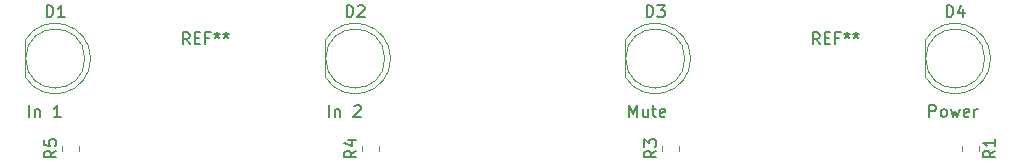
<source format=gbr>
%TF.GenerationSoftware,KiCad,Pcbnew,7.0.6*%
%TF.CreationDate,2023-11-23T12:57:34+01:00*%
%TF.ProjectId,ledpanel,6c656470-616e-4656-9c2e-6b696361645f,1*%
%TF.SameCoordinates,Original*%
%TF.FileFunction,Legend,Top*%
%TF.FilePolarity,Positive*%
%FSLAX46Y46*%
G04 Gerber Fmt 4.6, Leading zero omitted, Abs format (unit mm)*
G04 Created by KiCad (PCBNEW 7.0.6) date 2023-11-23 12:57:34*
%MOMM*%
%LPD*%
G01*
G04 APERTURE LIST*
%ADD10C,0.150000*%
%ADD11C,0.120000*%
G04 APERTURE END LIST*
D10*
X155276779Y-104009819D02*
X155276779Y-103009819D01*
X155276779Y-103009819D02*
X155610112Y-103724104D01*
X155610112Y-103724104D02*
X155943445Y-103009819D01*
X155943445Y-103009819D02*
X155943445Y-104009819D01*
X156848207Y-103343152D02*
X156848207Y-104009819D01*
X156419636Y-103343152D02*
X156419636Y-103866961D01*
X156419636Y-103866961D02*
X156467255Y-103962200D01*
X156467255Y-103962200D02*
X156562493Y-104009819D01*
X156562493Y-104009819D02*
X156705350Y-104009819D01*
X156705350Y-104009819D02*
X156800588Y-103962200D01*
X156800588Y-103962200D02*
X156848207Y-103914580D01*
X157181541Y-103343152D02*
X157562493Y-103343152D01*
X157324398Y-103009819D02*
X157324398Y-103866961D01*
X157324398Y-103866961D02*
X157372017Y-103962200D01*
X157372017Y-103962200D02*
X157467255Y-104009819D01*
X157467255Y-104009819D02*
X157562493Y-104009819D01*
X158276779Y-103962200D02*
X158181541Y-104009819D01*
X158181541Y-104009819D02*
X157991065Y-104009819D01*
X157991065Y-104009819D02*
X157895827Y-103962200D01*
X157895827Y-103962200D02*
X157848208Y-103866961D01*
X157848208Y-103866961D02*
X157848208Y-103486009D01*
X157848208Y-103486009D02*
X157895827Y-103390771D01*
X157895827Y-103390771D02*
X157991065Y-103343152D01*
X157991065Y-103343152D02*
X158181541Y-103343152D01*
X158181541Y-103343152D02*
X158276779Y-103390771D01*
X158276779Y-103390771D02*
X158324398Y-103486009D01*
X158324398Y-103486009D02*
X158324398Y-103581247D01*
X158324398Y-103581247D02*
X157848208Y-103676485D01*
X180676779Y-104009819D02*
X180676779Y-103009819D01*
X180676779Y-103009819D02*
X181057731Y-103009819D01*
X181057731Y-103009819D02*
X181152969Y-103057438D01*
X181152969Y-103057438D02*
X181200588Y-103105057D01*
X181200588Y-103105057D02*
X181248207Y-103200295D01*
X181248207Y-103200295D02*
X181248207Y-103343152D01*
X181248207Y-103343152D02*
X181200588Y-103438390D01*
X181200588Y-103438390D02*
X181152969Y-103486009D01*
X181152969Y-103486009D02*
X181057731Y-103533628D01*
X181057731Y-103533628D02*
X180676779Y-103533628D01*
X181819636Y-104009819D02*
X181724398Y-103962200D01*
X181724398Y-103962200D02*
X181676779Y-103914580D01*
X181676779Y-103914580D02*
X181629160Y-103819342D01*
X181629160Y-103819342D02*
X181629160Y-103533628D01*
X181629160Y-103533628D02*
X181676779Y-103438390D01*
X181676779Y-103438390D02*
X181724398Y-103390771D01*
X181724398Y-103390771D02*
X181819636Y-103343152D01*
X181819636Y-103343152D02*
X181962493Y-103343152D01*
X181962493Y-103343152D02*
X182057731Y-103390771D01*
X182057731Y-103390771D02*
X182105350Y-103438390D01*
X182105350Y-103438390D02*
X182152969Y-103533628D01*
X182152969Y-103533628D02*
X182152969Y-103819342D01*
X182152969Y-103819342D02*
X182105350Y-103914580D01*
X182105350Y-103914580D02*
X182057731Y-103962200D01*
X182057731Y-103962200D02*
X181962493Y-104009819D01*
X181962493Y-104009819D02*
X181819636Y-104009819D01*
X182486303Y-103343152D02*
X182676779Y-104009819D01*
X182676779Y-104009819D02*
X182867255Y-103533628D01*
X182867255Y-103533628D02*
X183057731Y-104009819D01*
X183057731Y-104009819D02*
X183248207Y-103343152D01*
X184010112Y-103962200D02*
X183914874Y-104009819D01*
X183914874Y-104009819D02*
X183724398Y-104009819D01*
X183724398Y-104009819D02*
X183629160Y-103962200D01*
X183629160Y-103962200D02*
X183581541Y-103866961D01*
X183581541Y-103866961D02*
X183581541Y-103486009D01*
X183581541Y-103486009D02*
X183629160Y-103390771D01*
X183629160Y-103390771D02*
X183724398Y-103343152D01*
X183724398Y-103343152D02*
X183914874Y-103343152D01*
X183914874Y-103343152D02*
X184010112Y-103390771D01*
X184010112Y-103390771D02*
X184057731Y-103486009D01*
X184057731Y-103486009D02*
X184057731Y-103581247D01*
X184057731Y-103581247D02*
X183581541Y-103676485D01*
X184486303Y-104009819D02*
X184486303Y-103343152D01*
X184486303Y-103533628D02*
X184533922Y-103438390D01*
X184533922Y-103438390D02*
X184581541Y-103390771D01*
X184581541Y-103390771D02*
X184676779Y-103343152D01*
X184676779Y-103343152D02*
X184772017Y-103343152D01*
X104476779Y-104009819D02*
X104476779Y-103009819D01*
X104952969Y-103343152D02*
X104952969Y-104009819D01*
X104952969Y-103438390D02*
X105000588Y-103390771D01*
X105000588Y-103390771D02*
X105095826Y-103343152D01*
X105095826Y-103343152D02*
X105238683Y-103343152D01*
X105238683Y-103343152D02*
X105333921Y-103390771D01*
X105333921Y-103390771D02*
X105381540Y-103486009D01*
X105381540Y-103486009D02*
X105381540Y-104009819D01*
X107143445Y-104009819D02*
X106572017Y-104009819D01*
X106857731Y-104009819D02*
X106857731Y-103009819D01*
X106857731Y-103009819D02*
X106762493Y-103152676D01*
X106762493Y-103152676D02*
X106667255Y-103247914D01*
X106667255Y-103247914D02*
X106572017Y-103295533D01*
X129876779Y-104009819D02*
X129876779Y-103009819D01*
X130352969Y-103343152D02*
X130352969Y-104009819D01*
X130352969Y-103438390D02*
X130400588Y-103390771D01*
X130400588Y-103390771D02*
X130495826Y-103343152D01*
X130495826Y-103343152D02*
X130638683Y-103343152D01*
X130638683Y-103343152D02*
X130733921Y-103390771D01*
X130733921Y-103390771D02*
X130781540Y-103486009D01*
X130781540Y-103486009D02*
X130781540Y-104009819D01*
X131972017Y-103105057D02*
X132019636Y-103057438D01*
X132019636Y-103057438D02*
X132114874Y-103009819D01*
X132114874Y-103009819D02*
X132352969Y-103009819D01*
X132352969Y-103009819D02*
X132448207Y-103057438D01*
X132448207Y-103057438D02*
X132495826Y-103105057D01*
X132495826Y-103105057D02*
X132543445Y-103200295D01*
X132543445Y-103200295D02*
X132543445Y-103295533D01*
X132543445Y-103295533D02*
X132495826Y-103438390D01*
X132495826Y-103438390D02*
X131924398Y-104009819D01*
X131924398Y-104009819D02*
X132543445Y-104009819D01*
X106754819Y-106846666D02*
X106278628Y-107179999D01*
X106754819Y-107418094D02*
X105754819Y-107418094D01*
X105754819Y-107418094D02*
X105754819Y-107037142D01*
X105754819Y-107037142D02*
X105802438Y-106941904D01*
X105802438Y-106941904D02*
X105850057Y-106894285D01*
X105850057Y-106894285D02*
X105945295Y-106846666D01*
X105945295Y-106846666D02*
X106088152Y-106846666D01*
X106088152Y-106846666D02*
X106183390Y-106894285D01*
X106183390Y-106894285D02*
X106231009Y-106941904D01*
X106231009Y-106941904D02*
X106278628Y-107037142D01*
X106278628Y-107037142D02*
X106278628Y-107418094D01*
X105754819Y-105941904D02*
X105754819Y-106418094D01*
X105754819Y-106418094D02*
X106231009Y-106465713D01*
X106231009Y-106465713D02*
X106183390Y-106418094D01*
X106183390Y-106418094D02*
X106135771Y-106322856D01*
X106135771Y-106322856D02*
X106135771Y-106084761D01*
X106135771Y-106084761D02*
X106183390Y-105989523D01*
X106183390Y-105989523D02*
X106231009Y-105941904D01*
X106231009Y-105941904D02*
X106326247Y-105894285D01*
X106326247Y-105894285D02*
X106564342Y-105894285D01*
X106564342Y-105894285D02*
X106659580Y-105941904D01*
X106659580Y-105941904D02*
X106707200Y-105989523D01*
X106707200Y-105989523D02*
X106754819Y-106084761D01*
X106754819Y-106084761D02*
X106754819Y-106322856D01*
X106754819Y-106322856D02*
X106707200Y-106418094D01*
X106707200Y-106418094D02*
X106659580Y-106465713D01*
X118046666Y-97854819D02*
X117713333Y-97378628D01*
X117475238Y-97854819D02*
X117475238Y-96854819D01*
X117475238Y-96854819D02*
X117856190Y-96854819D01*
X117856190Y-96854819D02*
X117951428Y-96902438D01*
X117951428Y-96902438D02*
X117999047Y-96950057D01*
X117999047Y-96950057D02*
X118046666Y-97045295D01*
X118046666Y-97045295D02*
X118046666Y-97188152D01*
X118046666Y-97188152D02*
X117999047Y-97283390D01*
X117999047Y-97283390D02*
X117951428Y-97331009D01*
X117951428Y-97331009D02*
X117856190Y-97378628D01*
X117856190Y-97378628D02*
X117475238Y-97378628D01*
X118475238Y-97331009D02*
X118808571Y-97331009D01*
X118951428Y-97854819D02*
X118475238Y-97854819D01*
X118475238Y-97854819D02*
X118475238Y-96854819D01*
X118475238Y-96854819D02*
X118951428Y-96854819D01*
X119713333Y-97331009D02*
X119380000Y-97331009D01*
X119380000Y-97854819D02*
X119380000Y-96854819D01*
X119380000Y-96854819D02*
X119856190Y-96854819D01*
X120380000Y-96854819D02*
X120380000Y-97092914D01*
X120141905Y-96997676D02*
X120380000Y-97092914D01*
X120380000Y-97092914D02*
X120618095Y-96997676D01*
X120237143Y-97283390D02*
X120380000Y-97092914D01*
X120380000Y-97092914D02*
X120522857Y-97283390D01*
X121141905Y-96854819D02*
X121141905Y-97092914D01*
X120903810Y-96997676D02*
X121141905Y-97092914D01*
X121141905Y-97092914D02*
X121380000Y-96997676D01*
X120999048Y-97283390D02*
X121141905Y-97092914D01*
X121141905Y-97092914D02*
X121284762Y-97283390D01*
X157554819Y-106846666D02*
X157078628Y-107179999D01*
X157554819Y-107418094D02*
X156554819Y-107418094D01*
X156554819Y-107418094D02*
X156554819Y-107037142D01*
X156554819Y-107037142D02*
X156602438Y-106941904D01*
X156602438Y-106941904D02*
X156650057Y-106894285D01*
X156650057Y-106894285D02*
X156745295Y-106846666D01*
X156745295Y-106846666D02*
X156888152Y-106846666D01*
X156888152Y-106846666D02*
X156983390Y-106894285D01*
X156983390Y-106894285D02*
X157031009Y-106941904D01*
X157031009Y-106941904D02*
X157078628Y-107037142D01*
X157078628Y-107037142D02*
X157078628Y-107418094D01*
X156554819Y-106513332D02*
X156554819Y-105894285D01*
X156554819Y-105894285D02*
X156935771Y-106227618D01*
X156935771Y-106227618D02*
X156935771Y-106084761D01*
X156935771Y-106084761D02*
X156983390Y-105989523D01*
X156983390Y-105989523D02*
X157031009Y-105941904D01*
X157031009Y-105941904D02*
X157126247Y-105894285D01*
X157126247Y-105894285D02*
X157364342Y-105894285D01*
X157364342Y-105894285D02*
X157459580Y-105941904D01*
X157459580Y-105941904D02*
X157507200Y-105989523D01*
X157507200Y-105989523D02*
X157554819Y-106084761D01*
X157554819Y-106084761D02*
X157554819Y-106370475D01*
X157554819Y-106370475D02*
X157507200Y-106465713D01*
X157507200Y-106465713D02*
X157459580Y-106513332D01*
X105936905Y-95554819D02*
X105936905Y-94554819D01*
X105936905Y-94554819D02*
X106175000Y-94554819D01*
X106175000Y-94554819D02*
X106317857Y-94602438D01*
X106317857Y-94602438D02*
X106413095Y-94697676D01*
X106413095Y-94697676D02*
X106460714Y-94792914D01*
X106460714Y-94792914D02*
X106508333Y-94983390D01*
X106508333Y-94983390D02*
X106508333Y-95126247D01*
X106508333Y-95126247D02*
X106460714Y-95316723D01*
X106460714Y-95316723D02*
X106413095Y-95411961D01*
X106413095Y-95411961D02*
X106317857Y-95507200D01*
X106317857Y-95507200D02*
X106175000Y-95554819D01*
X106175000Y-95554819D02*
X105936905Y-95554819D01*
X107460714Y-95554819D02*
X106889286Y-95554819D01*
X107175000Y-95554819D02*
X107175000Y-94554819D01*
X107175000Y-94554819D02*
X107079762Y-94697676D01*
X107079762Y-94697676D02*
X106984524Y-94792914D01*
X106984524Y-94792914D02*
X106889286Y-94840533D01*
X186254819Y-106846666D02*
X185778628Y-107179999D01*
X186254819Y-107418094D02*
X185254819Y-107418094D01*
X185254819Y-107418094D02*
X185254819Y-107037142D01*
X185254819Y-107037142D02*
X185302438Y-106941904D01*
X185302438Y-106941904D02*
X185350057Y-106894285D01*
X185350057Y-106894285D02*
X185445295Y-106846666D01*
X185445295Y-106846666D02*
X185588152Y-106846666D01*
X185588152Y-106846666D02*
X185683390Y-106894285D01*
X185683390Y-106894285D02*
X185731009Y-106941904D01*
X185731009Y-106941904D02*
X185778628Y-107037142D01*
X185778628Y-107037142D02*
X185778628Y-107418094D01*
X186254819Y-105894285D02*
X186254819Y-106465713D01*
X186254819Y-106179999D02*
X185254819Y-106179999D01*
X185254819Y-106179999D02*
X185397676Y-106275237D01*
X185397676Y-106275237D02*
X185492914Y-106370475D01*
X185492914Y-106370475D02*
X185540533Y-106465713D01*
X156736905Y-95554819D02*
X156736905Y-94554819D01*
X156736905Y-94554819D02*
X156975000Y-94554819D01*
X156975000Y-94554819D02*
X157117857Y-94602438D01*
X157117857Y-94602438D02*
X157213095Y-94697676D01*
X157213095Y-94697676D02*
X157260714Y-94792914D01*
X157260714Y-94792914D02*
X157308333Y-94983390D01*
X157308333Y-94983390D02*
X157308333Y-95126247D01*
X157308333Y-95126247D02*
X157260714Y-95316723D01*
X157260714Y-95316723D02*
X157213095Y-95411961D01*
X157213095Y-95411961D02*
X157117857Y-95507200D01*
X157117857Y-95507200D02*
X156975000Y-95554819D01*
X156975000Y-95554819D02*
X156736905Y-95554819D01*
X157641667Y-94554819D02*
X158260714Y-94554819D01*
X158260714Y-94554819D02*
X157927381Y-94935771D01*
X157927381Y-94935771D02*
X158070238Y-94935771D01*
X158070238Y-94935771D02*
X158165476Y-94983390D01*
X158165476Y-94983390D02*
X158213095Y-95031009D01*
X158213095Y-95031009D02*
X158260714Y-95126247D01*
X158260714Y-95126247D02*
X158260714Y-95364342D01*
X158260714Y-95364342D02*
X158213095Y-95459580D01*
X158213095Y-95459580D02*
X158165476Y-95507200D01*
X158165476Y-95507200D02*
X158070238Y-95554819D01*
X158070238Y-95554819D02*
X157784524Y-95554819D01*
X157784524Y-95554819D02*
X157689286Y-95507200D01*
X157689286Y-95507200D02*
X157641667Y-95459580D01*
X182136905Y-95554819D02*
X182136905Y-94554819D01*
X182136905Y-94554819D02*
X182375000Y-94554819D01*
X182375000Y-94554819D02*
X182517857Y-94602438D01*
X182517857Y-94602438D02*
X182613095Y-94697676D01*
X182613095Y-94697676D02*
X182660714Y-94792914D01*
X182660714Y-94792914D02*
X182708333Y-94983390D01*
X182708333Y-94983390D02*
X182708333Y-95126247D01*
X182708333Y-95126247D02*
X182660714Y-95316723D01*
X182660714Y-95316723D02*
X182613095Y-95411961D01*
X182613095Y-95411961D02*
X182517857Y-95507200D01*
X182517857Y-95507200D02*
X182375000Y-95554819D01*
X182375000Y-95554819D02*
X182136905Y-95554819D01*
X183565476Y-94888152D02*
X183565476Y-95554819D01*
X183327381Y-94507200D02*
X183089286Y-95221485D01*
X183089286Y-95221485D02*
X183708333Y-95221485D01*
X171386666Y-97854819D02*
X171053333Y-97378628D01*
X170815238Y-97854819D02*
X170815238Y-96854819D01*
X170815238Y-96854819D02*
X171196190Y-96854819D01*
X171196190Y-96854819D02*
X171291428Y-96902438D01*
X171291428Y-96902438D02*
X171339047Y-96950057D01*
X171339047Y-96950057D02*
X171386666Y-97045295D01*
X171386666Y-97045295D02*
X171386666Y-97188152D01*
X171386666Y-97188152D02*
X171339047Y-97283390D01*
X171339047Y-97283390D02*
X171291428Y-97331009D01*
X171291428Y-97331009D02*
X171196190Y-97378628D01*
X171196190Y-97378628D02*
X170815238Y-97378628D01*
X171815238Y-97331009D02*
X172148571Y-97331009D01*
X172291428Y-97854819D02*
X171815238Y-97854819D01*
X171815238Y-97854819D02*
X171815238Y-96854819D01*
X171815238Y-96854819D02*
X172291428Y-96854819D01*
X173053333Y-97331009D02*
X172720000Y-97331009D01*
X172720000Y-97854819D02*
X172720000Y-96854819D01*
X172720000Y-96854819D02*
X173196190Y-96854819D01*
X173720000Y-96854819D02*
X173720000Y-97092914D01*
X173481905Y-96997676D02*
X173720000Y-97092914D01*
X173720000Y-97092914D02*
X173958095Y-96997676D01*
X173577143Y-97283390D02*
X173720000Y-97092914D01*
X173720000Y-97092914D02*
X173862857Y-97283390D01*
X174481905Y-96854819D02*
X174481905Y-97092914D01*
X174243810Y-96997676D02*
X174481905Y-97092914D01*
X174481905Y-97092914D02*
X174720000Y-96997676D01*
X174339048Y-97283390D02*
X174481905Y-97092914D01*
X174481905Y-97092914D02*
X174624762Y-97283390D01*
X132154819Y-106846666D02*
X131678628Y-107179999D01*
X132154819Y-107418094D02*
X131154819Y-107418094D01*
X131154819Y-107418094D02*
X131154819Y-107037142D01*
X131154819Y-107037142D02*
X131202438Y-106941904D01*
X131202438Y-106941904D02*
X131250057Y-106894285D01*
X131250057Y-106894285D02*
X131345295Y-106846666D01*
X131345295Y-106846666D02*
X131488152Y-106846666D01*
X131488152Y-106846666D02*
X131583390Y-106894285D01*
X131583390Y-106894285D02*
X131631009Y-106941904D01*
X131631009Y-106941904D02*
X131678628Y-107037142D01*
X131678628Y-107037142D02*
X131678628Y-107418094D01*
X131488152Y-105989523D02*
X132154819Y-105989523D01*
X131107200Y-106227618D02*
X131821485Y-106465713D01*
X131821485Y-106465713D02*
X131821485Y-105846666D01*
X131336905Y-95554819D02*
X131336905Y-94554819D01*
X131336905Y-94554819D02*
X131575000Y-94554819D01*
X131575000Y-94554819D02*
X131717857Y-94602438D01*
X131717857Y-94602438D02*
X131813095Y-94697676D01*
X131813095Y-94697676D02*
X131860714Y-94792914D01*
X131860714Y-94792914D02*
X131908333Y-94983390D01*
X131908333Y-94983390D02*
X131908333Y-95126247D01*
X131908333Y-95126247D02*
X131860714Y-95316723D01*
X131860714Y-95316723D02*
X131813095Y-95411961D01*
X131813095Y-95411961D02*
X131717857Y-95507200D01*
X131717857Y-95507200D02*
X131575000Y-95554819D01*
X131575000Y-95554819D02*
X131336905Y-95554819D01*
X132289286Y-94650057D02*
X132336905Y-94602438D01*
X132336905Y-94602438D02*
X132432143Y-94554819D01*
X132432143Y-94554819D02*
X132670238Y-94554819D01*
X132670238Y-94554819D02*
X132765476Y-94602438D01*
X132765476Y-94602438D02*
X132813095Y-94650057D01*
X132813095Y-94650057D02*
X132860714Y-94745295D01*
X132860714Y-94745295D02*
X132860714Y-94840533D01*
X132860714Y-94840533D02*
X132813095Y-94983390D01*
X132813095Y-94983390D02*
X132241667Y-95554819D01*
X132241667Y-95554819D02*
X132860714Y-95554819D01*
D11*
%TO.C,R5*%
X107215000Y-106907064D02*
X107215000Y-106452936D01*
X108685000Y-106907064D02*
X108685000Y-106452936D01*
%TO.C,R3*%
X158015000Y-106907064D02*
X158015000Y-106452936D01*
X159485000Y-106907064D02*
X159485000Y-106452936D01*
%TO.C,D1*%
X104115000Y-97515000D02*
X104115000Y-100605000D01*
X109664999Y-99060462D02*
G75*
G03*
X104115001Y-97515170I-2989999J462D01*
G01*
X104115000Y-100604830D02*
G75*
G03*
X109665000Y-99059538I2560000J1544830D01*
G01*
X109175000Y-99060000D02*
G75*
G03*
X109175000Y-99060000I-2500000J0D01*
G01*
%TO.C,R1*%
X184885000Y-106452936D02*
X184885000Y-106907064D01*
X183415000Y-106452936D02*
X183415000Y-106907064D01*
%TO.C,D3*%
X154915000Y-97515000D02*
X154915000Y-100605000D01*
X160464999Y-99060462D02*
G75*
G03*
X154915001Y-97515170I-2989999J462D01*
G01*
X154915000Y-100604830D02*
G75*
G03*
X160465000Y-99059538I2560000J1544830D01*
G01*
X159975000Y-99060000D02*
G75*
G03*
X159975000Y-99060000I-2500000J0D01*
G01*
%TO.C,D4*%
X180315000Y-97515000D02*
X180315000Y-100605000D01*
X185864999Y-99060462D02*
G75*
G03*
X180315001Y-97515170I-2989999J462D01*
G01*
X180315000Y-100604830D02*
G75*
G03*
X185865000Y-99059538I2560000J1544830D01*
G01*
X185375000Y-99060000D02*
G75*
G03*
X185375000Y-99060000I-2500000J0D01*
G01*
%TO.C,R4*%
X132615000Y-106907064D02*
X132615000Y-106452936D01*
X134085000Y-106907064D02*
X134085000Y-106452936D01*
%TO.C,D2*%
X129515000Y-97515000D02*
X129515000Y-100605000D01*
X135064999Y-99060462D02*
G75*
G03*
X129515001Y-97515170I-2989999J462D01*
G01*
X129515000Y-100604830D02*
G75*
G03*
X135065000Y-99059538I2560000J1544830D01*
G01*
X134575000Y-99060000D02*
G75*
G03*
X134575000Y-99060000I-2500000J0D01*
G01*
%TD*%
M02*

</source>
